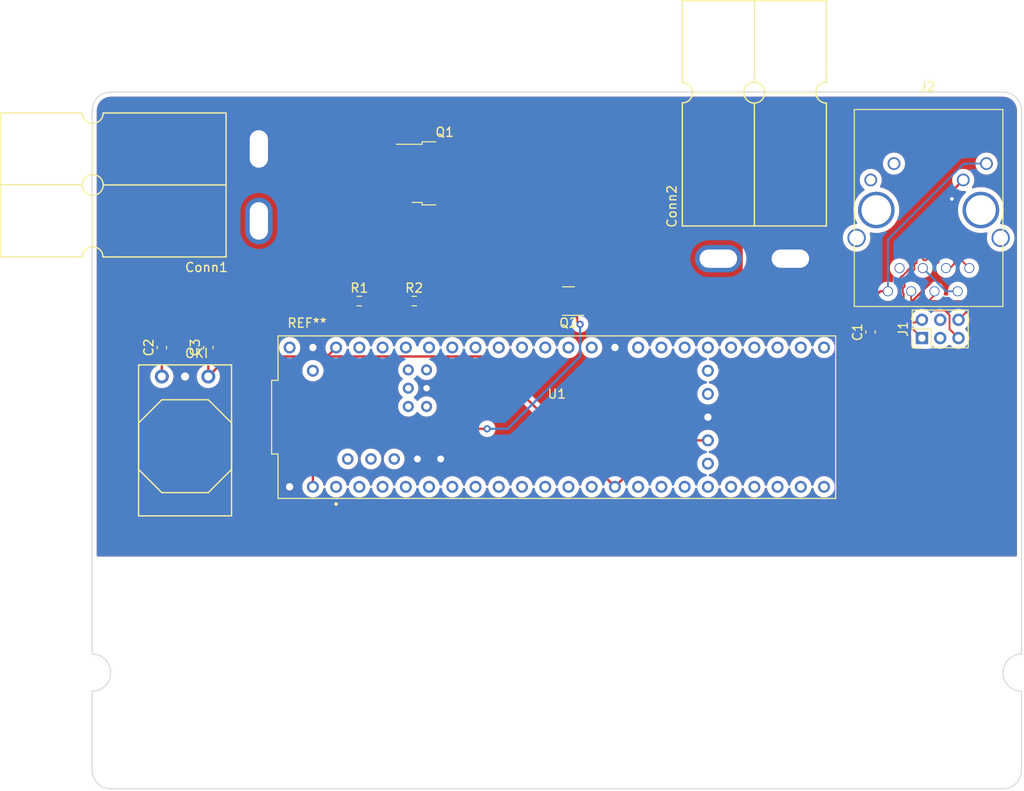
<source format=kicad_pcb>
(kicad_pcb (version 20211014) (generator pcbnew)
  (layers (0 "F.Cu" signal) (31 "B.Cu" signal) (34 "B.Paste" user) (35 "F.Paste" user) (36 "B.SilkS" user "B.Silkscreen") (37 "F.SilkS" user "F.Silkscreen") (38 "B.Mask" user) (39 "F.Mask" user) (44 "Edge.Cuts" user))
  (net 0 "")
  (net 1 "/Rx -")
  (net 2 "Net-(C1-Pad2)")
  (net 3 "GND")
  (net 4 "+36V")
  (net 5 "Net-(Conn2-Pad4)")
  (net 6 "/Tx +")
  (net 7 "/Tx -")
  (net 8 "Net-(J1-Pad4)")
  (net 9 "/Rx +")
  (net 14 "Net-(Q1-Pad1)")
  (net 15 "M1_EN")
  (net 16 "Net-(Q2-Pad3)")
  (net 21 "+3V3")
  (footprint "Connector_PinHeader_2.00mm:PinHeader_2x03_P2.00mm_Vertical" (layer "F.Cu") (at 178.34 92.948 90)
    (fp_text reference "J1" (at 1 -2.06 90) (layer "F.SilkS"))
    (fp_text value "Conn_02x03_Counter_Clockwise")
    (fp_line (start 3.06 -1.06) (end 3.06 5.06) (layer "F.SilkS") (width 0.12))
    (fp_line (start -1.06 0) (end -1.06 -1.06) (layer "F.SilkS") (width 0.12))
    (fp_line (start 1 -1.06) (end 3.06 -1.06) (layer "F.SilkS") (width 0.12))
    (fp_line (start 1 1) (end 1 -1.06) (layer "F.SilkS") (width 0.12))
    (fp_line (start -1.06 1) (end -1.06 5.06) (layer "F.SilkS") (width 0.12))
    (fp_line (start -1.06 5.06) (end 3.06 5.06) (layer "F.SilkS") (width 0.12))
    (fp_line (start -1.06 -1.06) (end 0 -1.06) (layer "F.SilkS") (width 0.12))
    (fp_line (start -1.06 1) (end 1 1) (layer "F.SilkS") (width 0.12))
    (pad "1" thru_hole rect (at 0 0 90) (size 1.35 1.35) (drill 0.8) (layers *.Cu *.Mask) (net 6 "/Tx +"))
    (pad "2" thru_hole oval (at 2 0 90) (size 1.35 1.35) (drill 0.8) (layers *.Cu *.Mask) (net 7 "/Tx -"))
    (pad "3" thru_hole oval (at 0 2 90) (size 1.35 1.35) (drill 0.8) (layers *.Cu *.Mask) (net 2 "Net-(C1-Pad2)"))
    (pad "4" thru_hole oval (at 2 2 90) (size 1.35 1.35) (drill 0.8) (layers *.Cu *.Mask) (net 8 "Net-(J1-Pad4)"))
    (pad "5" thru_hole oval (at 0 4 90) (size 1.35 1.35) (drill 0.8) (layers *.Cu *.Mask) (net 1 "/Rx -"))
    (pad "6" thru_hole oval (at 2 4 90) (size 1.35 1.35) (drill 0.8) (layers *.Cu *.Mask) (net 9 "/Rx +"))
  )
  (footprint "Capacitor_SMD:C_0603_1608Metric_Pad1.08x0.95mm_HandSolder" (layer "F.Cu") (at 95.25 93.98 90)
    (fp_text reference "C2" (at 0 -1.43 90) (layer "F.SilkS"))
    (fp_text value "10uF")
    (fp_line (start -0.146267 -0.51) (end 0.146267 -0.51) (layer "F.SilkS") (width 0.12))
    (fp_line (start -0.146267 0.51) (end 0.146267 0.51) (layer "F.SilkS") (width 0.12))
    (pad "1" smd roundrect (at -0.8625 0 90) (size 1.075 0.95) (layers "F.Cu" "F.Paste" "F.Mask") (net 4 "+36V"))
    (pad "2" smd roundrect (at 0.8625 0 90) (size 1.075 0.95) (layers "F.Cu" "F.Paste" "F.Mask") (net 3 "GND"))
  )
  (footprint "Package_TO_SOT_SMD:TO-252-2" (layer "F.Cu") (at 126.17 74.93)
    (fp_text reference "Q1" (at 0 -4.5) (layer "F.SilkS"))
    (fp_text value "Q_PMOS_GDS")
    (fp_line (start -0.97 3.45) (end -2.47 3.45) (layer "F.SilkS") (width 0.12))
    (fp_line (start -0.97 -3.45) (end -2.47 -3.45) (layer "F.SilkS") (width 0.12))
    (fp_line (start -2.47 3.45) (end -2.47 3.18) (layer "F.SilkS") (width 0.12))
    (fp_line (start -2.47 -3.18) (end -5.3 -3.18) (layer "F.SilkS") (width 0.12))
    (fp_line (start -2.47 -3.45) (end -2.47 -3.18) (layer "F.SilkS") (width 0.12))
    (fp_line (start -2.47 3.18) (end -3.57 3.18) (layer "F.SilkS") (width 0.12))
    (pad "1" smd rect (at -4.2 -2.28) (size 2.2 1.2) (layers "F.Cu" "F.Paste" "F.Mask") (net 14 "Net-(Q1-Pad1)"))
    (pad "2" smd rect (at 2.1 0) (size 6.4 5.8) (layers "F.Cu" "F.Mask") (net 5 "Net-(Conn2-Pad4)"))
    (pad "3" smd rect (at -4.2 2.28) (size 2.2 1.2) (layers "F.Cu" "F.Paste" "F.Mask") (net 4 "+36V"))
  )
  (footprint "MRDT_Connectors:Square_Anderson_2_H_Side_By_Side_PV" (layer "F.Cu") (at 105.9778 71.963)
    (fp_text reference "Conn1" (at -5.85 13.25) (layer "F.SilkS"))
    (fp_text value "AndersonPP")
    (fp_line (start -15.9996 4.237) (end -3.706 4.237) (layer "F.SilkS") (width 0.15))
    (fp_line (start -28.344 -3.637) (end -28.344 12.111) (layer "F.SilkS") (width 0.15))
    (fp_line (start -18.2856 -2.494) (end -18.2856 -1.3256) (layer "F.SilkS") (width 0.15))
    (fp_line (start -20.597 12.111) (end -19.4286 12.111) (layer "F.SilkS") (width 0.15))
    (fp_line (start -15.9742 12.111) (end -17.168 12.111) (layer "F.SilkS") (width 0.15))
    (fp_line (start -15.9996 4.237) (end -17.1426 4.237) (layer "F.SilkS") (width 0.15))
    (fp_line (start -15.9996 12.111) (end -3.706 12.111) (layer "F.SilkS") (width 0.15))
    (fp_line (start -3.706 -3.637) (end -3.706 12.111) (layer "F.SilkS") (width 0.15))
    (fp_line (start -19.4286 -3.637) (end -20.6478 -3.637) (layer "F.SilkS") (width 0.15))
    (fp_line (start -18.2856 9.7996) (end -18.2856 10.968) (layer "F.SilkS") (width 0.15))
    (fp_line (start -15.9996 -3.637) (end -3.706 -3.637) (layer "F.SilkS") (width 0.15))
    (fp_line (start -20.5716 12.111) (end -28.3186 12.111) (layer "F.SilkS") (width 0.15))
    (fp_line (start -18.2856 1.951) (end -18.2856 -1.3256) (layer "F.SilkS") (width 0.15))
    (fp_line (start -18.2856 1.951) (end -18.2856 3.094) (layer "F.SilkS") (width 0.15))
    (fp_line (start -28.3186 4.2116) (end -19.4286 4.2116) (layer "F.SilkS") (width 0.15))
    (fp_line (start -28.3186 -3.637) (end -20.5716 -3.637) (layer "F.SilkS") (width 0.15))
    (fp_line (start -16.025 -3.637) (end -17.1172 -3.637) (layer "F.SilkS") (width 0.15))
    (fp_line (start -18.2856 6.523) (end -18.2856 9.825) (layer "F.SilkS") (width 0.15))
    (fp_line (start -18.2856 6.523) (end -18.2856 5.38) (layer "F.SilkS") (width 0.15))
    (fp_arc (start -19.4032 12.111) (mid -19.075863 11.320737) (end -18.2856 10.9934) (layer "F.SilkS") (width 0.15))
    (fp_arc (start -18.2856 10.9934) (mid -17.495337 11.320737) (end -17.168 12.111) (layer "F.SilkS") (width 0.15))
    (fp_arc (start -17.1426 -3.637) (mid -17.477377 -2.828777) (end -18.2856 -2.494) (layer "F.SilkS") (width 0.15))
    (fp_arc (start -18.2856 -2.494) (mid -19.093823 -2.828777) (end -19.4286 -3.637) (layer "F.SilkS") (width 0.15))
    (fp_circle (center -18.2856 4.237) (end -18.2856 5.38) (layer "F.SilkS") (width 0.15) (fill none))
    (pad "1" thru_hole oval locked (at -0.1246 0.3) (size 3 5.1) (drill oval 2 4.1) (layers *.Cu *.Mask) (net 3 "GND"))
    (pad "4" thru_hole oval locked (at -0.1246 8.174) (size 3 5.1) (drill oval 2 4.1) (layers *.Cu *.Mask) (net 4 "+36V"))
  )
  (footprint "MRDT_Devices:OKI_Horizontal" (layer "F.Cu") (at 95.25 97.155)
    (fp_text reference "U2" hide)
    (fp_text value "OKI" (at 3.81 -2.54) (layer "F.SilkS"))
    (fp_line (start 7.62 10.16) (end 5.08 12.7) (layer "F.SilkS") (width 0.15))
    (fp_line (start -2.54 5.08) (end 0 2.54) (layer "F.SilkS") (width 0.15))
    (fp_line (start -2.54 -1.27) (end 7.62 -1.27) (layer "F.SilkS") (width 0.15))
    (fp_line (start -2.54 10.16) (end -2.54 5.08) (layer "F.SilkS") (width 0.15))
    (fp_line (start 7.62 -1.27) (end 7.62 15.24) (layer "F.SilkS") (width 0.15))
    (fp_line (start -2.54 15.24) (end 7.62 15.24) (layer "F.SilkS") (width 0.15))
    (fp_line (start 5.08 12.7) (end 0 12.7) (layer "F.SilkS") (width 0.15))
    (fp_line (start 0 12.7) (end -2.54 10.16) (layer "F.SilkS") (width 0.15))
    (fp_line (start 0 2.54) (end 5.08 2.54) (layer "F.SilkS") (width 0.15))
    (fp_line (start 5.08 2.54) (end 7.62 5.08) (layer "F.SilkS") (width 0.15))
    (fp_line (start -2.54 15.24) (end -2.54 -1.27) (layer "F.SilkS") (width 0.15))
    (fp_line (start 7.62 5.08) (end 7.62 10.16) (layer "F.SilkS") (width 0.15))
    (pad "1" thru_hole circle locked (at 0 0) (size 1.524 1.524) (drill 0.889) (layers *.Cu *.Mask) (net 4 "+36V"))
    (pad "2" thru_hole circle locked (at 2.54 0) (size 1.524 1.524) (drill 0.889) (layers *.Cu *.Mask) (net 3 "GND"))
    (pad "3" thru_hole circle locked (at 5.08 0) (size 1.524 1.524) (drill 0.889) (layers *.Cu *.Mask) (net 21 "+3V3"))
  )
  (footprint "Resistor_SMD:R_0603_1608Metric_Pad0.98x0.95mm_HandSolder" (layer "F.Cu") (at 122.8325 88.9)
    (fp_text reference "R2" (at 0 -1.43) (layer "F.SilkS"))
    (fp_text value "22k")
    (fp_line (start -0.254724 0.5225) (end 0.254724 0.5225) (layer "F.SilkS") (width 0.12))
    (fp_line (start -0.254724 -0.5225) (end 0.254724 -0.5225) (layer "F.SilkS") (width 0.12))
    (pad "1" smd roundrect (at -0.9125 0) (size 0.975 0.95) (layers "F.Cu" "F.Paste" "F.Mask") (net 14 "Net-(Q1-Pad1)"))
    (pad "2" smd roundrect (at 0.9125 0) (size 0.975 0.95) (layers "F.Cu" "F.Paste" "F.Mask") (net 16 "Net-(Q2-Pad3)"))
  )
  (footprint "Package_TO_SOT_SMD:SOT-23" (layer "F.Cu") (at 139.7 88.9 180)
    (fp_text reference "Q2" (at 0 -2.4) (layer "F.SilkS"))
    (fp_text value "Q_NMOS_GSD")
    (fp_line (start 0 1.56) (end 0.65 1.56) (layer "F.SilkS") (width 0.12))
    (fp_line (start 0 -1.56) (end -1.675 -1.56) (layer "F.SilkS") (width 0.12))
    (fp_line (start 0 1.56) (end -0.65 1.56) (layer "F.SilkS") (width 0.12))
    (fp_line (start 0 -1.56) (end 0.65 -1.56) (layer "F.SilkS") (width 0.12))
    (pad "1" smd roundrect (at -0.9375 -0.95 180) (size 1.475 0.6) (layers "F.Cu" "F.Paste" "F.Mask") (net 15 "M1_EN"))
    (pad "2" smd roundrect (at -0.9375 0.95 180) (size 1.475 0.6) (layers "F.Cu" "F.Paste" "F.Mask") (net 3 "GND"))
    (pad "3" smd roundrect (at 0.9375 0 180) (size 1.475 0.6) (layers "F.Cu" "F.Paste" "F.Mask") (net 16 "Net-(Q2-Pad3)"))
  )
  (footprint "MRDT_Connectors:RJ45_Teensy" (layer "F.Cu") (at 178.945 65.9425 180)
    (fp_text reference "J2" (at 0 0.5) (layer "F.SilkS"))
    (fp_text value "RJ45_LED_Shielded")
    (fp_line (start -8.25 -2) (end 8 -2) (layer "F.SilkS") (width 0.12))
    (fp_line (start -8.25 -2) (end -8.25 -23.55) (layer "F.SilkS") (width 0.12))
    (fp_line (start 8 -2) (end 8 -23.55) (layer "F.SilkS") (width 0.12))
    (fp_line (start -8.25 -23.55) (end 8 -23.55) (layer "F.SilkS") (width 0.12))
    (pad "1" thru_hole circle locked (at -4.57 -19.35 180) (size 1.1 1.1) (drill 0.9) (layers *.Cu *.Mask) (net 6 "/Tx +"))
    (pad "2" thru_hole circle locked (at -3.3 -21.89 180) (size 1.1 1.1) (drill 0.9) (layers *.Cu *.Mask) (net 1 "/Rx -"))
    (pad "3" thru_hole circle locked (at -2.03 -19.35 180) (size 1.1 1.1) (drill 0.9) (layers *.Cu *.Mask) (net 7 "/Tx -"))
    (pad "4" thru_hole circle locked (at -0.76 -21.89 180) (size 1.1 1.1) (drill 0.9) (layers *.Cu *.Mask) (net 9 "/Rx +"))
    (pad "5" thru_hole circle locked (at 0.51 -19.35 180) (size 1.1 1.1) (drill 0.9) (layers *.Cu *.Mask) (net 1 "/Rx -"))
    (pad "6" thru_hole circle locked (at 1.78 -21.89 180) (size 1.1 1.1) (drill 0.9) (layers *.Cu *.Mask) (net 1 "/Rx -"))
    (pad "7" thru_hole circle locked (at 3.05 -19.35 180) (size 1.1 1.1) (drill 0.9) (layers *.Cu *.Mask))
    (pad "8" thru_hole circle locked (at 4.32 -21.89 180) (size 1.1 1.1) (drill 0.9) (layers *.Cu *.Mask) (net 2 "Net-(C1-Pad2)"))
    (pad "9" thru_hole circle locked (at -6.45 -7.92 180) (size 1.4 1.4) (drill 1.02) (layers *.Cu *.Mask) (net 2 "Net-(C1-Pad2)"))
    (pad "10" thru_hole circle locked (at -3.91 -9.71 180) (size 1.4 1.4) (drill 1.02) (layers *.Cu *.Mask) (net 8 "Net-(J1-Pad4)"))
    (pad "11" thru_hole circle locked (at 3.66 -7.92 180) (size 1.4 1.4) (drill 1.02) (layers *.Cu *.Mask))
    (pad "12" thru_hole circle locked (at 6.2 -9.71 180) (size 1.4 1.4) (drill 1.02) (layers *.Cu *.Mask))
    (pad "13" thru_hole circle locked (at -5.84 -13 180) (size 4 4) (drill 3.25) (layers *.Cu *.Mask))
    (pad "14" thru_hole circle locked (at 5.59 -13 180) (size 4 4) (drill 3.25) (layers *.Cu *.Mask))
    (pad "SH" thru_hole circle locked (at 7.75 -16.05 180) (size 2 2) (drill 1.6) (layers *.Cu *.Mask))
    (pad "SH" thru_hole circle locked (at -8 -16.05 180) (size 2 2) (drill 1.6) (layers *.Cu *.Mask))
  )
  (footprint "Capacitor_SMD:C_0603_1608Metric_Pad1.08x0.95mm_HandSolder" (layer "F.Cu") (at 100.33 93.98 90)
    (fp_text reference "C3" (at 0 -1.43 90) (layer "F.SilkS"))
    (fp_text value "10uF")
    (fp_line (start -0.146267 0.51) (end 0.146267 0.51) (layer "F.SilkS") (width 0.12))
    (fp_line (start -0.146267 -0.51) (end 0.146267 -0.51) (layer "F.SilkS") (width 0.12))
    (pad "1" smd roundrect (at -0.8625 0 90) (size 1.075 0.95) (layers "F.Cu" "F.Paste" "F.Mask") (net 21 "+3V3"))
    (pad "2" smd roundrect (at 0.8625 0 90) (size 1.075 0.95) (layers "F.Cu" "F.Paste" "F.Mask") (net 3 "GND"))
  )
  (footprint "Capacitor_SMD:C_0603_1608Metric_Pad1.08x0.95mm_HandSolder" (layer "F.Cu") (at 172.72 92.3025 90)
    (fp_text reference "C1" (at 0 -1.43 90) (layer "F.SilkS"))
    (fp_text value "C")
    (fp_line (start -0.146267 0.51) (end 0.146267 0.51) (layer "F.SilkS") (width 0.12))
    (fp_line (start -0.146267 -0.51) (end 0.146267 -0.51) (layer "F.SilkS") (width 0.12))
    (pad "1" smd roundrect (at -0.8625 0 90) (size 1.075 0.95) (layers "F.Cu" "F.Paste" "F.Mask") (net 1 "/Rx -"))
    (pad "2" smd roundrect (at 0.8625 0 90) (size 1.075 0.95) (layers "F.Cu" "F.Paste" "F.Mask") (net 2 "Net-(C1-Pad2)"))
  )
  (footprint "Resistor_SMD:R_0603_1608Metric_Pad0.98x0.95mm_HandSolder" (layer "F.Cu") (at 116.84 88.9)
    (fp_text reference "R1" (at 0 -1.43) (layer "F.SilkS"))
    (fp_text value "10k")
    (fp_line (start -0.254724 0.5225) (end 0.254724 0.5225) (layer "F.SilkS") (width 0.12))
    (fp_line (start -0.254724 -0.5225) (end 0.254724 -0.5225) (layer "F.SilkS") (width 0.12))
    (pad "1" smd roundrect (at -0.9125 0) (size 0.975 0.95) (layers "F.Cu" "F.Paste" "F.Mask") (net 4 "+36V"))
    (pad "2" smd roundrect (at 0.9125 0) (size 0.975 0.95) (layers "F.Cu" "F.Paste" "F.Mask") (net 14 "Net-(Q1-Pad1)"))
  )
  (footprint "MRDT_Connectors:Square_Anderson_2_H_Side_By_Side_PV" (layer "F.Cu") (at 164.257 84.3878 -90)
    (fp_text reference "Conn2" (at -5.85 13.25 90) (layer "F.SilkS"))
    (fp_text value "AndersonPP")
    (fp_line (start -15.9996 4.237) (end -3.706 4.237) (layer "F.SilkS") (width 0.15))
    (fp_line (start -3.706 -3.637) (end -3.706 12.111) (layer "F.SilkS") (width 0.15))
    (fp_line (start -28.3186 4.2116) (end -19.4286 4.2116) (layer "F.SilkS") (width 0.15))
    (fp_line (start -28.344 -3.637) (end -28.344 12.111) (layer "F.SilkS") (width 0.15))
    (fp_line (start -20.597 12.111) (end -19.4286 12.111) (layer "F.SilkS") (width 0.15))
    (fp_line (start -18.2856 6.523) (end -18.2856 5.38) (layer "F.SilkS") (width 0.15))
    (fp_line (start -15.9742 12.111) (end -17.168 12.111) (layer "F.SilkS") (width 0.15))
    (fp_line (start -19.4286 -3.637) (end -20.6478 -3.637) (layer "F.SilkS") (width 0.15))
    (fp_line (start -16.025 -3.637) (end -17.1172 -3.637) (layer "F.SilkS") (width 0.15))
    (fp_line (start -18.2856 -2.494) (end -18.2856 -1.3256) (layer "F.SilkS") (width 0.15))
    (fp_line (start -18.2856 9.7996) (end -18.2856 10.968) (layer "F.SilkS") (width 0.15))
    (fp_line (start -18.2856 1.951) (end -18.2856 3.094) (layer "F.SilkS") (width 0.15))
    (fp_line (start -18.2856 1.951) (end -18.2856 -1.3256) (layer "F.SilkS") (width 0.15))
    (fp_line (start -15.9996 -3.637) (end -3.706 -3.637) (layer "F.SilkS") (width 0.15))
    (fp_line (start -28.3186 -3.637) (end -20.5716 -3.637) (layer "F.SilkS") (width 0.15))
    (fp_line (start -18.2856 6.523) (end -18.2856 9.825) (layer "F.SilkS") (width 0.15))
    (fp_line (start -20.5716 12.111) (end -28.3186 12.111) (layer "F.SilkS") (width 0.15))
    (fp_line (start -15.9996 12.111) (end -3.706 12.111) (layer "F.SilkS") (width 0.15))
    (fp_line (start -15.9996 4.237) (end -17.1426 4.237) (layer "F.SilkS") (width 0.15))
    (fp_arc (start -18.2856 10.9934) (mid -17.495337 11.320737) (end -17.168 12.111) (layer "F.SilkS") (width 0.15))
    (fp_arc (start -18.2856 -2.494) (mid -19.093823 -2.828777) (end -19.4286 -3.637) (layer "F.SilkS") (width 0.15))
    (fp_arc (start -17.1426 -3.637) (mid -17.477377 -2.828777) (end -18.2856 -2.494) (layer "F.SilkS") (width 0.15))
    (fp_arc (start -19.4032 12.111) (mid -19.075863 11.320737) (end -18.2856 10.9934) (layer "F.SilkS") (width 0.15))
    (fp_circle (center -18.2856 4.237) (end -18.2856 5.38) (layer "F.SilkS") (width 0.15) (fill none))
    (pad "1" thru_hole oval locked (at -0.1246 0.3 270) (size 3 5.1) (drill oval 2 4.1) (layers *.Cu *.Mask) (net 3 "GND"))
    (pad "4" thru_hole oval locked (at -0.1246 8.174 270) (size 3 5.1) (drill oval 2 4.1) (layers *.Cu *.Mask) (net 5 "Net-(Conn2-Pad4)"))
  )
  (footprint "MRDT_Shields:Teensy_4_1_Vertical" (layer "F.Cu") (at 87.63 66.04)
    (fp_text reference "U1" (at 50.8 33.02) (layer "F.SilkS"))
    (fp_text value "Teensy4.1_DEV-16771")
    (fp_text user "REF**" (at 23.495 25.265) (layer "F.SilkS"))
    (fp_line (start 20.32 31.53) (end 19.62 31.53) (layer "F.SilkS") (width 0.127))
    (fp_line (start 20.32 39.59) (end 19.62 39.59) (layer "F.SilkS") (width 0.127))
    (fp_line (start 20.32 26.67) (end 20.32 31.53) (layer "F.SilkS") (width 0.127))
    (fp_line (start 20.32 26.67) (end 81.28 26.67) (layer "F.SilkS") (width 0.127))
    (fp_line (start 19.62 39.59) (end 19.62 31.53) (layer "F.SilkS") (width 0.127))
    (fp_line (start 81.28 26.67) (end 81.28 44.45) (layer "F.SilkS") (width 0.127))
    (fp_line (start 81.28 44.45) (end 20.32 44.45) (layer "F.SilkS") (width 0.127))
    (fp_line (start 20.32 44.45) (end 20.32 39.59) (layer "F.SilkS") (width 0.127))
    (fp_circle (center 26.67 45.06) (end 26.77 45.06) (layer "F.SilkS") (width 0.2) (fill none))
    (pad "0" thru_hole circle locked (at 24.13 43.18) (size 1.308 1.308) (drill 0.8) (layers *.Cu *.Mask) (net 15 "M1_EN"))
    (pad "1" thru_hole circle locked (at 26.67 43.18) (size 1.308 1.308) (drill 0.8) (layers *.Cu *.Mask))
    (pad "2" thru_hole circle locked (at 29.21 43.18) (size 1.308 1.308) (drill 0.8) (layers *.Cu *.Mask))
    (pad "3" thru_hole circle locked (at 31.75 43.18) (size 1.308 1.308) (drill 0.8) (layers *.Cu *.Mask))
    (pad "3.3V_1" thru_hole circle locked (at 57.15 43.18) (size 1.308 1.308) (drill 0.8) (layers *.Cu *.Mask) (net 21 "+3V3"))
    (pad "3.3V_2" thru_hole circle locked (at 26.67 27.94) (size 1.308 1.308) (drill 0.8) (layers *.Cu *.Mask) (net 21 "+3V3"))
    (pad "3.3V_3" thru_hole circle locked (at 67.31 38.1) (size 1.308 1.308) (drill 0.8) (layers *.Cu *.Mask) (net 21 "+3V3"))
    (pad "4" thru_hole circle locked (at 34.29 43.18) (size 1.308 1.308) (drill 0.8) (layers *.Cu *.Mask))
    (pad "5" thru_hole circle locked (at 36.83 43.18) (size 1.308 1.308) (drill 0.8) (layers *.Cu *.Mask))
    (pad "5V" thru_hole circle locked (at 27.94 40.13) (size 1.258 1.258) (drill 0.75) (layers *.Cu *.Mask))
    (pad "6" thru_hole circle locked (at 39.37 43.18) (size 1.308 1.308) (drill 0.8) (layers *.Cu *.Mask))
    (pad "7" thru_hole circle locked (at 41.91 43.18) (size 1.308 1.308) (drill 0.8) (layers *.Cu *.Mask))
    (pad "8" thru_hole circle locked (at 44.45 43.18) (size 1.308 1.308) (drill 0.8) (layers *.Cu *.Mask))
    (pad "9" thru_hole circle locked (at 46.99 43.18) (size 1.308 1.308) (drill 0.8) (layers *.Cu *.Mask))
    (pad "10" thru_hole circle locked (at 49.53 43.18) (size 1.308 1.308) (drill 0.8) (layers *.Cu *.Mask))
    (pad "11" thru_hole circle locked (at 52.07 43.18) (size 1.308 1.308) (drill 0.8) (layers *.Cu *.Mask))
    (pad "12" thru_hole circle locked (at 54.61 43.18) (size 1.308 1.308) (drill 0.8) (layers *.Cu *.Mask))
    (pad "13" thru_hole circle locked (at 54.61 27.94) (size 1.308 1.308) (drill 0.8) (layers *.Cu *.Mask))
    (pad "14" thru_hole circle locked (at 52.07 27.94) (size 1.308 1.308) (drill 0.8) (layers *.Cu *.Mask))
    (pad "15" thru_hole circle locked (at 49.53 27.94) (size 1.308 1.308) (drill 0.8) (layers *.Cu *.Mask))
    (pad "16" thru_hole circle locked (at 46.99 27.94) (size 1.308 1.308) (drill 0.8) (layers *.Cu *.Mask))
    (pad "17" thru_hole circle locked (at 44.45 27.94) (size 1.308 1.308) (drill 0.8) (layers *.Cu *.Mask))
    (pad "18" thru_hole circle locked (at 41.91 27.94) (size 1.308 1.308) (drill 0.8) (layers *.Cu *.Mask))
    (pad "19" thru_hole circle locked (at 39.37 27.94) (size 1.308 1.308) (drill 0.8) (layers *.Cu *.Mask))
    (pad "20" thru_hole circle locked (at 36.83 27.94) (size 1.308 1.308) (drill 0.8) (layers *.Cu *.Mask))
    (pad "21" thru_hole circle locked (at 34.29 27.94) (size 1.308 1.308) (drill 0.8) (layers *.Cu *.Mask))
    (pad "22" thru_hole circle locked (at 31.75 27.94) (size 1.308 1.308) (drill 0.8) (layers *.Cu *.Mask))
    (pad "23" thru_hole circle locked (at 29.21 27.94) (size 1.308 1.308) (drill 0.8) (layers *.Cu *.Mask))
    (pad "24" thru_hole circle locked (at 59.69 43.18) (size 1.308 1.308) (drill 0.8) (layers *.Cu *.Mask))
    (pad "25" thru_hole circle locked (at 62.23 43.18) (size 1.308 1.308) (drill 0.8) (layers *.Cu *.Mask))
    (pad "26" thru_hole circle locked (at 64.77 43.18) (size 1.308 1.308) (drill 0.8) (layers *.Cu *.Mask))
    (pad "27" thru_hole circle locked (at 67.31 43.18) (size 1.308 1.308) (drill 0.8) (layers *.Cu *.Mask))
    (pad "28" thru_hole circle locked (at 69.85 43.18) (size 1.308 1.308) (drill 0.8) (layers *.Cu *.Mask))
    (pad "29" thru_hole circle locked (at 72.39 43.18) (size 1.308 1.308) (drill 0.8) (layers *.Cu *.Mask))
    (pad "30" thru_hole circle locked (at 74.93 43.18) (size 1.308 1.308) (drill 0.8) (layers *.Cu *.Mask))
    (pad "31" thru_hole circle locked (at 77.47 43.18) (size 1.308 1.308) (drill 0.8) (layers *.Cu *.Mask))
    (pad "32" thru_hole circle locked (at 80.01 43.18) (size 1.308 1.308) (drill 0.8) (layers *.Cu *.Mask))
    (pad "33" thru_hole circle locked (at 80.01 27.94) (size 1.308 1.308) (drill 0.8) (layers *.Cu *.Mask))
    (pad "34" thru_hole circle locked (at 77.47 27.94) (size 1.308 1.308) (drill 0.8) (layers *.Cu *.Mask))
    (pad "35" thru_hole circle locked (at 74.93 27.94) (size 1.308 1.308) (drill 0.8) (layers *.Cu *.Mask))
    (pad "36" thru_hole circle locked (at 72.39 27.94) (size 1.308 1.308) (drill 0.8) (layers *.Cu *.Mask))
    (pad "37" thru_hole circle locked (at 69.85 27.94) (size 1.308 1.308) (drill 0.8) (layers *.Cu *.Mask))
    (pad "38" thru_hole circle locked (at 67.31 27.94) (size 1.308 1.308) (drill 0.8) (layers *.Cu *.Mask))
    (pad "39" thru_hole circle locked (at 64.77 27.94) (size 1.308 1.308) (drill 0.8) (layers *.Cu *.Mask))
    (pad "40" thru_hole circle locked (at 62.23 27.94) (size 1.308 1.308) (drill 0.8) (layers *.Cu *.Mask))
    (pad "41" thru_hole circle locked (at 59.69 27.94) (size 1.308 1.308) (drill 0.8) (layers *.Cu *.Mask))
    (pad "D+" thru_hole circle locked (at 33.02 40.13 180) (size 1.258 1.258) (drill 0.75) (layers *.Cu *.Mask))
    (pad "D-" thru_hole circle locked (at 30.48 40.13) (size 1.258 1.258) (drill 0.75) (layers *.Cu *.Mask))
    (pad "GND1" thru_hole circle locked (at 21.59 43.18) (size 1.308 1.308) (drill 0.8) (layers *.Cu *.Mask) (net 3 "GND"))
    (pad "GND2" thru_hole circle locked (at 57.15 27.94) (size 1.308 1.308) (drill 0.8) (layers *.Cu *.Mask) (net 3 "GND"))
    (pad "GND3" thru_hole circle locked (at 24.13 27.94) (size 1.308 1.308) (drill 0.8) (layers *.Cu *.Mask) (net 3 "GND"))
    (pad "GND4" thru_hole circle locked (at 67.31 35.56) (size 1.308 1.308) (drill 0.8) (layers *.Cu *.Mask) (net 3 "GND"))
    (pad "GND5" thru_hole circle locked (at 36.56 32.39) (size 1.208 1.208) (drill 0.7) (layers *.Cu *.Mask) (net 3 "GND"))
    (pad "LED" thru_hole circle locked (at 34.56 32.39) (size 1.208 1.208) (drill 0.7) (layers *.Cu *.Mask))
    (pad "ON/OFF" thru_hole circle locked (at 67.31 30.48) (size 1.308 1.308) (drill 0.8) (layers *.Cu *.Mask))
    (pad "PROGRAM" thru_hole circle locked (at 67.31 33.02) (size 1.308 1.308) (drill 0.8) (layers *.Cu *.Mask))
    (pad "R+" thru_hole circle locked (at 34.56 30.39) (size 1.208 1.208) (drill 0.7) (layers *.Cu *.Mask))
    (pad "R-" thru_hole circle locked (at 36.56 30.39) (size 1.208 1.208) (drill 0.7) (layers *.Cu *.Mask))
    (pad "T+" thru_hole circle locked (at 36.56 34.39) (size 1.208 1.208) (drill 0.7) (layers *.Cu *.Mask))
    (pad "T-" thru_hole circle locked (at 34.56 34.39 270) (size 1.208 1.208) (drill 0.7) (layers *.Cu *.Mask))
    (pad "USB_GND1" thru_hole circle locked (at 35.56 40.13 180) (size 1.258 1.258) (drill 0.75) (layers *.Cu *.Mask) (net 3 "GND"))
    (pad "USB_GND2" thru_hole circle locked (at 38.1 40.13) (size 1.258 1.258) (drill 0.75) (layers *.Cu *.Mask) (net 3 "GND"))
    (pad "VBAT" thru_hole circle locked (at 67.31 40.64) (size 1.308 1.308) (drill 0.8) (layers *.Cu *.Mask))
    (pad "VIN" thru_hole circle locked (at 21.59 27.94) (size 1.308 1.308) (drill 0.8) (layers *.Cu *.Mask))
    (pad "VUSB" thru_hole circle locked (at 24.13 30.48) (size 1.308 1.308) (drill 0.8) (layers *.Cu *.Mask))
  )
  (gr_line (start 189.23 131.572) (end 189.23 140.208) (layer "Edge.Cuts") (width 0.1))
  (gr_arc (start 189.23 140.208) (mid 188.634841 141.644841) (end 187.198 142.24) (layer "Edge.Cuts") (width 0.1))
  (gr_arc (start 87.63 68.072) (mid 88.225159 66.635159) (end 89.662 66.04) (layer "Edge.Cuts") (width 0.1))
  (gr_arc (start 187.198 66.04) (mid 188.634841 66.635159) (end 189.23 68.072) (layer "Edge.Cuts") (width 0.1))
  (gr_arc (start 189.23 131.572) (mid 187.198 129.54) (end 189.23 127.508) (layer "Edge.Cuts") (width 0.1))
  (gr_arc (start 89.662 142.24) (mid 88.225159 141.644841) (end 87.63 140.208) (layer "Edge.Cuts") (width 0.1))
  (gr_line (start 89.662 66.04) (end 187.198 66.04) (layer "Edge.Cuts") (width 0.1))
  (gr_line (start 87.63 127.508) (end 87.63 68.072) (layer "Edge.Cuts") (width 0.1))
  (gr_line (start 187.198 142.24) (end 89.662 142.24) (layer "Edge.Cuts") (width 0.1))
  (gr_line (start 189.23 68.072) (end 189.23 127.508) (layer "Edge.Cuts") (width 0.1))
  (gr_line (start 87.63 140.208) (end 87.63 131.572) (layer "Edge.Cuts") (width 0.1))
  (gr_arc (start 87.63 127.508) (mid 89.662 129.54) (end 87.63 131.572) (layer "Edge.Cuts") (width 0.1))
  (segment (start 179.07 89.408) (end 177.8 89.408) (width 0.2) (layer "F.Cu") (net 1))
  (segment (start 177.8 89.408) (end 177.292 88.9) (width 0.2) (layer "F.Cu") (net 1))
  (segment (start 177.292 88.9) (end 179.578 86.614) (width 0.254) (layer "F.Cu") (net 1))
  (segment (start 180.848 89.916) (end 179.578 89.916) (width 0.2) (layer "F.Cu") (net 1))
  (segment (start 181.356 91.964) (end 181.356 90.424) (width 0.2) (layer "F.Cu") (net 1))
  (segment (start 177.292 88.9) (end 177.165 88.773) (width 0.2) (layer "F.Cu") (net 1))
  (segment (start 181.356 90.424) (end 180.848 89.916) (width 0.2) (layer "F.Cu") (net 1))
  (segment (start 177.165 88.773) (end 177.165 87.8325) (width 0.2) (layer "F.Cu") (net 1))
  (segment (start 182.34 92.948) (end 181.356 91.964) (width 0.2) (layer "F.Cu") (net 1))
  (segment (start 179.578 89.916) (end 179.07 89.408) (width 0.2) (layer "F.Cu") (net 1))
  (segment (start 180.975 87.8325) (end 178.435 85.2925) (width 0.2) (layer "B.Cu") (net 1))
  (segment (start 182.245 87.8325) (end 180.975 87.8325) (width 0.2) (layer "B.Cu") (net 1))
  (segment (start 172.72 91.44) (end 172.72 88.9) (width 0.254) (layer "F.Cu") (net 2))
  (segment (start 172.72 88.9) (end 173.7875 87.8325) (width 0.254) (layer "F.Cu") (net 2))
  (segment (start 173.7875 87.8325) (end 174.625 87.8325) (width 0.254) (layer "F.Cu") (net 2))
  (segment (start 180.34 92.948) (end 180.34 92.964) (width 0.254) (layer "F.Cu") (net 2))
  (segment (start 182.88 73.914) (end 183.134 73.914) (width 0.2) (layer "B.Cu") (net 2))
  (segment (start 174.625 87.8325) (end 174.625 82.169) (width 0.2) (layer "B.Cu") (net 2))
  (segment (start 183.134 73.914) (end 183.1855 73.8625) (width 0.2) (layer "B.Cu") (net 2))
  (segment (start 180.34 92.964) (end 180.34 92.944) (width 0.254) (layer "B.Cu") (net 2))
  (segment (start 183.1855 73.8625) (end 185.395 73.8625) (width 0.2) (layer "B.Cu") (net 2))
  (segment (start 174.625 82.169) (end 182.88 73.914) (width 0.2) (layer "B.Cu") (net 2))
  (segment (start 119.043 80.137) (end 121.97 77.21) (width 1.27) (layer "F.Cu") (net 4))
  (segment (start 105.8532 84.2393) (end 95.25 94.8425) (width 0.254) (layer "F.Cu") (net 4))
  (segment (start 95.25 94.8425) (end 95.25 97.155) (width 0.254) (layer "F.Cu") (net 4))
  (segment (start 107.1645 80.137) (end 115.9275 88.9) (width 0.254) (layer "F.Cu") (net 4))
  (segment (start 105.8532 80.137) (end 107.1645 80.137) (width 0.254) (layer "F.Cu") (net 4))
  (segment (start 105.8532 80.137) (end 105.8532 84.2393) (width 0.254) (layer "F.Cu") (net 4))
  (segment (start 105.8532 80.137) (end 119.043 80.137) (width 1.27) (layer "F.Cu") (net 4))
  (segment (start 181.5635 83.341) (end 183.515 85.2925) (width 0.2) (layer "F.Cu") (net 6))
  (segment (start 176.745 85.5728) (end 177.067 85.2508) (width 0.2) (layer "F.Cu") (net 6))
  (segment (start 175.797 90.405) (end 175.797 86.5208) (width 0.2) (layer "F.Cu") (net 6))
  (segment (start 178.34 92.948) (end 175.797 90.405) (width 0.2) (layer "F.Cu") (net 6))
  (segment (start 176.1753 86.1425) (end 176.247082 86.1425) (width 0.2) (layer "F.Cu") (net 6))
  (segment (start 177.067 83.871908) (end 177.597908 83.341) (width 0.2) (layer "F.Cu") (net 6))
  (segment (start 177.597908 83.341) (end 181.5635 83.341) (width 0.2) (layer "F.Cu") (net 6))
  (segment (start 175.797 86.5208) (end 176.1753 86.1425) (width 0.2) (layer "F.Cu") (net 6))
  (segment (start 177.067 85.2508) (end 177.067 83.871908) (width 0.2) (layer "F.Cu") (net 6))
  (segment (start 176.247082 86.1425) (end 176.745 85.644582) (width 0.2) (layer "F.Cu") (net 6))
  (segment (start 176.745 85.644582) (end 176.745 85.5728) (width 0.2) (layer "F.Cu") (net 6))
  (segment (start 178.378482 84.091) (end 178.378482 84.141) (width 0.2) (layer "F.Cu") (net 7))
  (segment (start 176.347 88.6072) (end 176.347 88.1072) (width 0.2) (layer "F.Cu") (net 7))
  (segment (start 177.517 84.058308) (end 177.784308 83.791) (width 0.2) (layer "F.Cu") (net 7))
  (segment (start 181.864 84.328) (end 181.864 84.836) (width 0.2) (layer "F.Cu") (net 7))
  (segment (start 176.247 90.218603) (end 176.247 88.7072) (width 0.2) (layer "F.Cu") (net 7))
  (segment (start 181.4075 85.2925) (end 180.975 85.2925) (width 0.2) (layer "F.Cu") (net 7))
  (segment (start 176.361719 86.592481) (end 176.433471 86.592481) (width 0.2) (layer "F.Cu") (net 7))
  (segment (start 177.194981 85.83097) (end 177.194981 85.759219) (width 0.2) (layer "F.Cu") (net 7))
  (segment (start 178.978482 84.141) (end 178.978482 84.091) (width 0.2) (layer "F.Cu") (net 7))
  (segment (start 176.247 88.0072) (end 176.247 87.5072) (width 0.2) (layer "F.Cu") (net 7))
  (segment (start 177.517 85.4372) (end 177.517 84.908308) (width 0.2) (layer "F.Cu") (net 7))
  (segment (start 180.478482 83.791) (end 181.327 83.791) (width 0.2) (layer "F.Cu") (net 7))
  (segment (start 176.433471 86.592481) (end 177.194981 85.83097) (width 0.2) (layer "F.Cu") (net 7))
  (segment (start 177.784308 83.791) (end 178.078482 83.791) (width 0.2) (layer "F.Cu") (net 7))
  (segment (start 176.247 86.7072) (end 176.361719 86.592481) (width 0.2) (layer "F.Cu") (net 7))
  (segment (start 176.447 87.3072) (end 176.447 86.9072) (width 0.2) (layer "F.Cu") (net 7))
  (segment (start 177.767 84.658308) (end 177.767 84.308308) (width 0.2) (layer "F.Cu") (net 7))
  (segment (start 181.327 83.791) (end 181.864 84.328) (width 0.2) (layer "F.Cu") (net 7))
  (segment (start 177.194981 85.759219) (end 177.517 85.4372) (width 0.2) (layer "F.Cu") (net 7))
  (segment (start 179.578482 84.091) (end 179.578482 84.491) (width 0.2) (layer "F.Cu") (net 7))
  (segment (start 176.976397 90.948) (end 176.247 90.218603) (width 0.2) (layer "F.Cu") (net 7))
  (segment (start 181.864 84.836) (end 181.4075 85.2925) (width 0.2) (layer "F.Cu") (net 7))
  (segment (start 180.975 85.2925) (end 181.103893 85.163607) (width 0.2) (layer "F.Cu") (net 7))
  (segment (start 178.34 90.948) (end 177.876397 90.948) (width 0.2) (layer "F.Cu") (net 7))
  (segment (start 180.178482 84.491) (end 180.178482 84.091) (width 0.2) (layer "F.Cu") (net 7))
  (segment (start 177.576397 91.248) (end 177.276397 91.248) (width 0.2) (layer "F.Cu") (net 7))
  (arc (start 178.378482 84.141) (mid 178.46635 84.353132) (end 178.678482 84.441) (width 0.2) (layer "F.Cu") (net 7))
  (arc (start 176.347 87.4072) (mid 176.417711 87.377911) (end 176.447 87.3072) (width 0.2) (layer "F.Cu") (net 7))
  (arc (start 177.642 84.783308) (mid 177.730388 84.746696) (end 177.767 84.658308) (width 0.2) (layer "F.Cu") (net 7))
  (arc (start 176.297 88.6572) (mid 176.332355 88.642555) (end 176.347 88.6072) (width 0.2) (layer "F.Cu") (net 7))
  (arc (start 179.278482 83.791) (mid 179.490614 83.878868) (end 179.578482 84.091) (width 0.2) (layer "F.Cu") (net 7))
  (arc (start 179.878482 84.791) (mid 180.090614 84.703132) (end 180.178482 84.491) (width 0.2) (layer "F.Cu") (net 7))
  (arc (start 176.447 86.9072) (mid 176.417711 86.836489) (end 176.347 86.8072) (width 0.2) (layer "F.Cu") (net 7))
  (arc (start 176.347 86.8072) (mid 176.276289 86.777911) (end 176.247 86.7072) (width 0.2) (layer "F.Cu") (net 7))
  (arc (start 179.578482 84.491) (mid 179.66635 84.703132) (end 179.878482 84.791) (width 0.2) (layer "F.Cu") (net 7))
  (arc (start 177.276397 91.248) (mid 177.170331 91.204066) (end 177.126397 91.098) (width 0.2) (layer "F.Cu") (net 7))
  (arc (start 177.642 84.183308) (mid 177.553612 84.146696) (end 177.517 84.058308) (width 0.2) (layer "F.Cu") (net 7))
  (arc (start 178.678482 84.441) (mid 178.890614 84.353132) (end 178.978482 84.141) (width 0.2) (layer "F.Cu") (net 7))
  (arc (start 176.247 87.5072) (mid 176.276289 87.436489) (end 176.347 87.4072) (width 0.2) (layer "F.Cu") (net 7))
  (arc (start 177.726397 91.098) (mid 177.682463 91.204066) (end 177.576397 91.248) (width 0.2) (layer "F.Cu") (net 7))
  (arc (start 176.297 88.0572) (mid 176.261645 88.042555) (end 176.247 88.0072) (width 0.2) (layer "F.Cu") (net 7))
  (arc (start 177.767 84.308308) (mid 177.730388 84.21992) (end 177.642 84.183308) (width 0.2) (layer "F.Cu") (net 7))
  (arc (start 178.078482 83.791) (mid 178.290614 83.878868) (end 178.378482 84.091) (width 0.2) (layer "F.Cu") (net 7))
  (arc (start 178.978482 84.091) (mid 179.06635 83.878868) (end 179.278482 83.791) (width 0.2) (layer "F.Cu") (net 7))
  (arc (start 176.247 88.7072) (mid 176.261645 88.671845) (end 176.297 88.6572) (width 0.2) (layer "F.Cu") (net 7))
  (arc (start 180.178482 84.091) (mid 180.26635 83.878868) (end 180.478482 83.791) (width 0.2) (layer "F.Cu") (net 7))
  (arc (start 177.126397 91.098) (mid 177.082463 90.991934) (end 176.976397 90.948) (width 0.2) (layer "F.Cu") (net 7))
  (arc (start 177.517 84.908308) (mid 177.553612 84.81992) (end 177.642 84.783308) (width 0.2) (layer "F.Cu") (net 7))
  (arc (start 177.876397 90.948) (mid 177.770331 90.991934) (end 177.726397 91.098) (width 0.2) (layer "F.Cu") (net 7))
  (arc (start 176.347 88.1072) (mid 176.332355 88.071845) (end 176.297 88.0572) (width 0.2) (layer "F.Cu") (net 7))
  (segment (start 181.61 76.8975) (end 181.61 77.724) (width 0.254) (layer "F.Cu") (net 8))
  (segment (start 182.855 75.6525) (end 181.61 76.8975) (width 0.254) (layer "F.Cu") (net 8))
  (via (at 181.61 77.724) (size 0.8) (drill 0.4) (layers "F.Cu" "B.Cu") (net 8))
  (segment (start 183.388 88.9) (end 179.07 88.9) (width 0.2) (layer "F.Cu") (net 9))
  (segment (start 183.642 89.662) (end 183.642 89.154) (width 0.2) (layer "F.Cu") (net 9))
  (segment (start 183.118 90.17) (end 183.134 90.17) (width 0.2) (layer "F.Cu") (net 9))
  (segment (start 183.134 90.17) (end 183.642 89.662) (width 0.2) (layer "F.Cu") (net 9))
  (segment (start 183.642 89.154) (end 183.388 88.9) (width 0.2) (layer "F.Cu") (net 9))
  (segment (start 179.07 88.9) (end 179.705 88.265) (width 0.2) (layer "F.Cu") (net 9))
  (segment (start 182.34 90.948) (end 183.118 90.17) (width 0.2) (layer "F.Cu") (net 9))
  (segment (start 179.705 87.757) (end 179.705 87.8325) (width 0.2) (layer "F.Cu") (net 9))
  (segment (start 182.34 90.944) (end 182.34 90.948) (width 0.2) (layer "F.Cu") (net 9))
  (segment (start 182.34 90.894) (end 182.34 90.944) (width 0.2) (layer "F.Cu") (net 9))
  (segment (start 179.705 88.265) (end 179.705 87.8325) (width 0.2) (layer "F.Cu") (net 9))
  (arc (start 182.64 90.594) (mid 182.427868 90.681868) (end 182.34 90.894) (width 0.2) (layer "F.Cu") (net 9))
  (segment (start 117.7525 88.9) (end 120.65 88.9) (width 0.254) (layer "F.Cu") (net 14))
  (segment (start 121.97 72.65) (end 124.46 75.14) (width 0.2) (layer "F.Cu") (net 14))
  (segment (start 124.46 75.14) (end 124.46 85.09) (width 0.2) (layer "F.Cu") (net 14))
  (segment (start 120.65 88.9) (end 121.92 88.9) (width 0.254) (layer "F.Cu") (net 14))
  (segment (start 124.46 85.09) (end 120.65 88.9) (width 0.2) (layer "F.Cu") (net 14))
  (segment (start 140.6375 91.1075) (end 140.97 91.44) (width 0.254) (layer "F.Cu") (net 15))
  (segment (start 140.6375 89.85) (end 140.6375 91.1075) (width 0.254) (layer "F.Cu") (net 15))
  (segment (start 129.54 102.87) (end 130.81 102.87) (width 0.254) (layer "F.Cu") (net 15))
  (segment (start 111.76 107.95) (end 116.84 102.87) (width 0.254) (layer "F.Cu") (net 15))
  (segment (start 111.76 109.22) (end 111.76 107.95) (width 0.254) (layer "F.Cu") (net 15))
  (segment (start 116.84 102.87) (end 129.54 102.87) (width 0.254) (layer "F.Cu") (net 15))
  (via (at 140.97 91.44) (size 0.8) (drill 0.4) (layers "F.Cu" "B.Cu") (net 15))
  (via (at 130.81 102.87) (size 0.8) (drill 0.4) (layers "F.Cu" "B.Cu") (net 15))
  (segment (start 133.064258 102.87) (end 140.97 94.964258) (width 0.254) (layer "B.Cu") (net 15))
  (segment (start 140.97 94.964258) (end 140.97 91.44) (width 0.254) (layer "B.Cu") (net 15))
  (segment (start 130.81 102.87) (end 133.064258 102.87) (width 0.254) (layer "B.Cu") (net 15))
  (segment (start 123.745 88.9) (end 138.7625 88.9) (width 0.254) (layer "F.Cu") (net 16))
  (segment (start 144.78 109.22) (end 149.86 104.14) (width 0.254) (layer "F.Cu") (net 21))
  (segment (start 113.319 94.961) (end 130.521 94.961) (width 0.254) (layer "F.Cu") (net 21))
  (segment (start 100.33 94.8425) (end 100.33 97.155) (width 0.254) (layer "F.Cu") (net 21))
  (segment (start 130.521 94.961) (end 144.78 109.22) (width 0.254) (layer "F.Cu") (net 21))
  (segment (start 102.524 94.961) (end 113.319 94.961) (width 0.254) (layer "F.Cu") (net 21))
  (segment (start 100.33 97.155) (end 102.524 94.961) (width 0.254) (layer "F.Cu") (net 21))
  (segment (start 149.86 104.14) (end 154.94 104.14) (width 0.254) (layer "F.Cu") (net 21))
  (segment (start 113.319 94.961) (end 114.3 93.98) (width 0.254) (layer "F.Cu") (net 21))
  (zone (net 3) (net_name "GND") (layer "F.Cu") (connect_pads yes (clearance 0.508)) (min_thickness 0.254) (fill yes (thermal_gap 0.508) (thermal_bridge_width 0.508))
    (polygon (pts (xy 189.23 116.84) (xy 87.63 116.84) (xy 87.63 66.04) (xy 189.23 66.04)))
  )
  (zone (net 4) (net_name "+36V") (layer "F.Cu") (priority 1) (connect_pads yes (clearance 0.508)) (min_thickness 0.254) (fill yes (thermal_gap 0.508) (thermal_bridge_width 0.508))
    (polygon (pts (xy 124.46 87.63) (xy 102.87 87.63) (xy 102.87 74.93) (xy 124.46 74.93)))
  )
  (zone (net 5) (net_name "Net-(Conn2-Pad4)") (layer "F.Cu") (priority 1) (connect_pads yes (clearance 0.508)) (min_thickness 0.254) (fill yes (thermal_gap 0.508) (thermal_bridge_width 0.508))
    (polygon (pts (xy 158.75 87.63) (xy 124.46 87.63) (xy 124.46 71.12) (xy 158.75 71.12)))
  )
  (zone (net 3) (net_name "GND") (layer "B.Cu") (connect_pads yes (clearance 0.508)) (min_thickness 0.254) (fill yes (thermal_gap 0.508) (thermal_bridge_width 0.508))
    (polygon (pts (xy 189.23 116.84) (xy 87.63 116.84) (xy 87.63 66.04) (xy 189.23 66.04)))
  )
)
</source>
